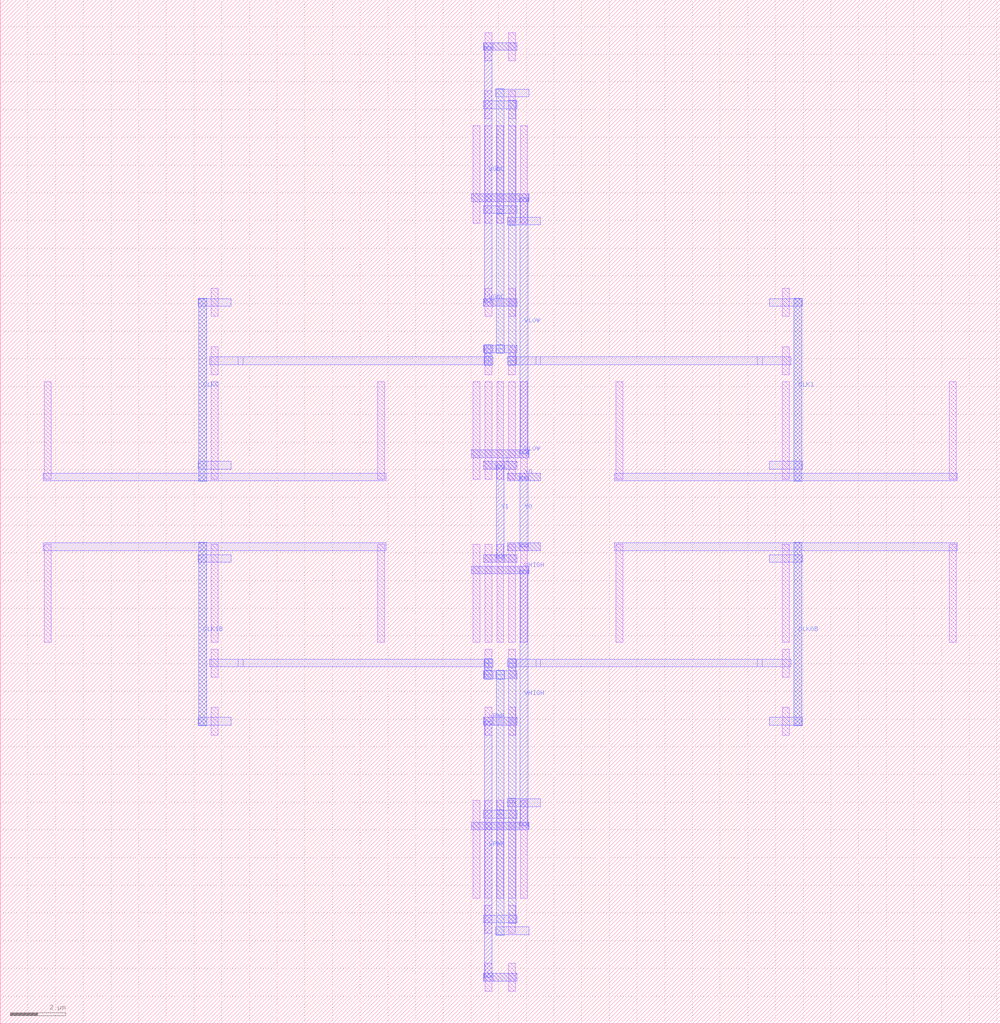
<source format=lef>
MACRO DCDC_HUNIT_CONV2TO1
  ORIGIN 0 0 ;
  FOREIGN DCDC_HUNIT_CONV2TO1 0 0 ;
  SIZE 36.12 BY 36.96 ;
  PIN CLK1B
    DIRECTION INOUT ;
    USE SIGNAL ;
    PORT 
      LAYER M3 ;
        RECT 7.17 10.76 7.45 17.38 ;
    END
  END CLK1B
  PIN CLK0B
    DIRECTION INOUT ;
    USE SIGNAL ;
    PORT 
      LAYER M3 ;
        RECT 28.67 10.76 28.95 17.38 ;
    END
  END CLK0B
  PIN VHIGH
    DIRECTION INOUT ;
    USE SIGNAL ;
    PORT 
      LAYER M2 ;
        RECT 17.03 7 19.09 7.28 ;
      LAYER M2 ;
        RECT 17.03 16.24 19.09 16.52 ;
      LAYER M2 ;
        RECT 18.76 7 19.08 7.28 ;
      LAYER M3 ;
        RECT 18.78 7.14 19.06 16.38 ;
      LAYER M2 ;
        RECT 18.76 16.24 19.08 16.52 ;
    END
  END VHIGH
  PIN Y0
    DIRECTION INOUT ;
    USE SIGNAL ;
    PORT 
      LAYER M2 ;
        RECT 18.32 17.08 19.52 17.36 ;
      LAYER M2 ;
        RECT 18.32 19.6 19.52 19.88 ;
      LAYER M2 ;
        RECT 18.76 17.08 19.08 17.36 ;
      LAYER M3 ;
        RECT 18.78 17.22 19.06 19.74 ;
      LAYER M2 ;
        RECT 18.76 19.6 19.08 19.88 ;
    END
  END Y0
  PIN Y1
    DIRECTION INOUT ;
    USE SIGNAL ;
    PORT 
      LAYER M2 ;
        RECT 17.46 16.66 18.66 16.94 ;
      LAYER M2 ;
        RECT 17.46 20.02 18.66 20.3 ;
      LAYER M2 ;
        RECT 17.9 16.66 18.22 16.94 ;
      LAYER M3 ;
        RECT 17.92 16.8 18.2 20.16 ;
      LAYER M2 ;
        RECT 17.9 20.02 18.22 20.3 ;
    END
  END Y1
  PIN VPWR
    DIRECTION INOUT ;
    USE SIGNAL ;
    PORT 
      LAYER M2 ;
        RECT 17.46 1.54 18.66 1.82 ;
      LAYER M2 ;
        RECT 17.46 10.78 18.66 11.06 ;
      LAYER M2 ;
        RECT 17.47 1.54 17.79 1.82 ;
      LAYER M3 ;
        RECT 17.49 1.68 17.77 10.92 ;
      LAYER M2 ;
        RECT 17.47 10.78 17.79 11.06 ;
    END
  END VPWR
  PIN CLK0
    DIRECTION INOUT ;
    USE SIGNAL ;
    PORT 
      LAYER M3 ;
        RECT 7.17 19.58 7.45 26.2 ;
    END
  END CLK0
  PIN CLK1
    DIRECTION INOUT ;
    USE SIGNAL ;
    PORT 
      LAYER M3 ;
        RECT 28.67 19.58 28.95 26.2 ;
    END
  END CLK1
  PIN VLOW
    DIRECTION INOUT ;
    USE SIGNAL ;
    PORT 
      LAYER M2 ;
        RECT 17.03 29.68 19.09 29.96 ;
      LAYER M2 ;
        RECT 17.03 20.44 19.09 20.72 ;
      LAYER M2 ;
        RECT 18.76 29.68 19.08 29.96 ;
      LAYER M3 ;
        RECT 18.78 20.58 19.06 29.82 ;
      LAYER M2 ;
        RECT 18.76 20.44 19.08 20.72 ;
    END
  END VLOW
  PIN VGND
    DIRECTION INOUT ;
    USE SIGNAL ;
    PORT 
      LAYER M2 ;
        RECT 17.46 35.14 18.66 35.42 ;
      LAYER M2 ;
        RECT 17.46 25.9 18.66 26.18 ;
      LAYER M2 ;
        RECT 17.47 35.14 17.79 35.42 ;
      LAYER M3 ;
        RECT 17.49 26.04 17.77 35.28 ;
      LAYER M2 ;
        RECT 17.47 25.9 17.79 26.18 ;
    END
  END VGND
  OBS 
  LAYER M3 ;
        RECT 18.35 3.62 18.63 8.14 ;
  LAYER M2 ;
        RECT 18.32 12.88 19.52 13.16 ;
  LAYER M2 ;
        RECT 27.35 12.88 28.55 13.16 ;
  LAYER M3 ;
        RECT 18.35 7.98 18.63 13.02 ;
  LAYER M2 ;
        RECT 18.33 12.88 18.65 13.16 ;
  LAYER M2 ;
        RECT 19.35 12.88 27.52 13.16 ;
  LAYER M2 ;
        RECT 18.33 12.88 18.65 13.16 ;
  LAYER M3 ;
        RECT 18.35 12.86 18.63 13.18 ;
  LAYER M2 ;
        RECT 18.33 12.88 18.65 13.16 ;
  LAYER M3 ;
        RECT 18.35 12.86 18.63 13.18 ;
  LAYER M2 ;
        RECT 18.33 12.88 18.65 13.16 ;
  LAYER M3 ;
        RECT 18.35 12.86 18.63 13.18 ;
  LAYER M2 ;
        RECT 18.33 12.88 18.65 13.16 ;
  LAYER M3 ;
        RECT 18.35 12.86 18.63 13.18 ;
  LAYER M3 ;
        RECT 17.92 3.2 18.2 7.72 ;
  LAYER M2 ;
        RECT 17.46 12.46 18.66 12.74 ;
  LAYER M2 ;
        RECT 7.57 12.88 8.77 13.16 ;
  LAYER M3 ;
        RECT 17.92 7.56 18.2 12.6 ;
  LAYER M2 ;
        RECT 17.9 12.46 18.22 12.74 ;
  LAYER M2 ;
        RECT 17.47 12.46 17.79 12.74 ;
  LAYER M3 ;
        RECT 17.49 12.6 17.77 13.02 ;
  LAYER M2 ;
        RECT 8.6 12.88 17.63 13.16 ;
  LAYER M2 ;
        RECT 17.9 12.46 18.22 12.74 ;
  LAYER M3 ;
        RECT 17.92 12.44 18.2 12.76 ;
  LAYER M2 ;
        RECT 17.9 12.46 18.22 12.74 ;
  LAYER M3 ;
        RECT 17.92 12.44 18.2 12.76 ;
  LAYER M2 ;
        RECT 17.9 12.46 18.22 12.74 ;
  LAYER M3 ;
        RECT 17.92 12.44 18.2 12.76 ;
  LAYER M2 ;
        RECT 17.47 12.46 17.79 12.74 ;
  LAYER M3 ;
        RECT 17.49 12.44 17.77 12.76 ;
  LAYER M2 ;
        RECT 17.47 12.88 17.79 13.16 ;
  LAYER M3 ;
        RECT 17.49 12.86 17.77 13.18 ;
  LAYER M2 ;
        RECT 17.9 12.46 18.22 12.74 ;
  LAYER M3 ;
        RECT 17.92 12.44 18.2 12.76 ;
  LAYER M2 ;
        RECT 17.47 12.46 17.79 12.74 ;
  LAYER M3 ;
        RECT 17.49 12.44 17.77 12.76 ;
  LAYER M2 ;
        RECT 17.47 12.88 17.79 13.16 ;
  LAYER M3 ;
        RECT 17.49 12.86 17.77 13.18 ;
  LAYER M1 ;
        RECT 18.365 4.535 18.615 8.065 ;
  LAYER M1 ;
        RECT 18.365 3.275 18.615 4.285 ;
  LAYER M1 ;
        RECT 18.365 1.175 18.615 2.185 ;
  LAYER M1 ;
        RECT 18.795 4.535 19.045 8.065 ;
  LAYER M1 ;
        RECT 17.935 4.535 18.185 8.065 ;
  LAYER M1 ;
        RECT 17.505 4.535 17.755 8.065 ;
  LAYER M1 ;
        RECT 17.505 3.275 17.755 4.285 ;
  LAYER M1 ;
        RECT 17.505 1.175 17.755 2.185 ;
  LAYER M1 ;
        RECT 17.075 4.535 17.325 8.065 ;
  LAYER M2 ;
        RECT 17.46 3.64 18.66 3.92 ;
  LAYER M2 ;
        RECT 18.32 7.84 19.52 8.12 ;
  LAYER M2 ;
        RECT 17.89 3.22 19.09 3.5 ;
  LAYER M2 ;
        RECT 17.46 7.42 18.66 7.7 ;
  LAYER M2 ;
        RECT 17.46 1.54 18.66 1.82 ;
  LAYER M3 ;
        RECT 18.35 3.62 18.63 8.14 ;
  LAYER M3 ;
        RECT 17.92 3.2 18.2 7.72 ;
  LAYER M2 ;
        RECT 17.03 7 19.09 7.28 ;
  LAYER M1 ;
        RECT 18.365 13.775 18.615 17.305 ;
  LAYER M1 ;
        RECT 18.365 12.515 18.615 13.525 ;
  LAYER M1 ;
        RECT 18.365 10.415 18.615 11.425 ;
  LAYER M1 ;
        RECT 18.795 13.775 19.045 17.305 ;
  LAYER M1 ;
        RECT 17.935 13.775 18.185 17.305 ;
  LAYER M1 ;
        RECT 17.505 13.775 17.755 17.305 ;
  LAYER M1 ;
        RECT 17.505 12.515 17.755 13.525 ;
  LAYER M1 ;
        RECT 17.505 10.415 17.755 11.425 ;
  LAYER M1 ;
        RECT 17.075 13.775 17.325 17.305 ;
  LAYER M2 ;
        RECT 17.46 10.78 18.66 11.06 ;
  LAYER M2 ;
        RECT 18.32 17.08 19.52 17.36 ;
  LAYER M2 ;
        RECT 17.46 16.66 18.66 16.94 ;
  LAYER M2 ;
        RECT 18.32 12.88 19.52 13.16 ;
  LAYER M2 ;
        RECT 17.46 12.46 18.66 12.74 ;
  LAYER M2 ;
        RECT 17.03 16.24 19.09 16.52 ;
  LAYER M1 ;
        RECT 28.255 13.775 28.505 17.305 ;
  LAYER M1 ;
        RECT 28.255 12.515 28.505 13.525 ;
  LAYER M1 ;
        RECT 28.255 10.415 28.505 11.425 ;
  LAYER M1 ;
        RECT 22.235 13.775 22.485 17.305 ;
  LAYER M1 ;
        RECT 34.275 13.775 34.525 17.305 ;
  LAYER M2 ;
        RECT 22.19 17.08 34.57 17.36 ;
  LAYER M2 ;
        RECT 27.78 10.78 28.98 11.06 ;
  LAYER M2 ;
        RECT 27.78 16.66 28.98 16.94 ;
  LAYER M2 ;
        RECT 27.35 12.88 28.55 13.16 ;
  LAYER M3 ;
        RECT 28.67 10.76 28.95 17.38 ;
  LAYER M1 ;
        RECT 7.615 13.775 7.865 17.305 ;
  LAYER M1 ;
        RECT 7.615 12.515 7.865 13.525 ;
  LAYER M1 ;
        RECT 7.615 10.415 7.865 11.425 ;
  LAYER M1 ;
        RECT 13.635 13.775 13.885 17.305 ;
  LAYER M1 ;
        RECT 1.595 13.775 1.845 17.305 ;
  LAYER M2 ;
        RECT 1.55 17.08 13.93 17.36 ;
  LAYER M2 ;
        RECT 7.14 10.78 8.34 11.06 ;
  LAYER M2 ;
        RECT 7.14 16.66 8.34 16.94 ;
  LAYER M2 ;
        RECT 7.57 12.88 8.77 13.16 ;
  LAYER M3 ;
        RECT 7.17 10.76 7.45 17.38 ;
  LAYER M3 ;
        RECT 18.35 28.82 18.63 33.34 ;
  LAYER M2 ;
        RECT 18.32 23.8 19.52 24.08 ;
  LAYER M2 ;
        RECT 27.35 23.8 28.55 24.08 ;
  LAYER M3 ;
        RECT 18.35 23.94 18.63 28.98 ;
  LAYER M2 ;
        RECT 18.33 23.8 18.65 24.08 ;
  LAYER M2 ;
        RECT 19.35 23.8 27.52 24.08 ;
  LAYER M2 ;
        RECT 18.33 23.8 18.65 24.08 ;
  LAYER M3 ;
        RECT 18.35 23.78 18.63 24.1 ;
  LAYER M2 ;
        RECT 18.33 23.8 18.65 24.08 ;
  LAYER M3 ;
        RECT 18.35 23.78 18.63 24.1 ;
  LAYER M2 ;
        RECT 18.33 23.8 18.65 24.08 ;
  LAYER M3 ;
        RECT 18.35 23.78 18.63 24.1 ;
  LAYER M2 ;
        RECT 18.33 23.8 18.65 24.08 ;
  LAYER M3 ;
        RECT 18.35 23.78 18.63 24.1 ;
  LAYER M3 ;
        RECT 17.92 29.24 18.2 33.76 ;
  LAYER M2 ;
        RECT 17.46 24.22 18.66 24.5 ;
  LAYER M2 ;
        RECT 7.57 23.8 8.77 24.08 ;
  LAYER M3 ;
        RECT 17.92 24.36 18.2 29.4 ;
  LAYER M2 ;
        RECT 17.9 24.22 18.22 24.5 ;
  LAYER M2 ;
        RECT 17.47 24.22 17.79 24.5 ;
  LAYER M3 ;
        RECT 17.49 23.94 17.77 24.36 ;
  LAYER M2 ;
        RECT 8.6 23.8 17.63 24.08 ;
  LAYER M2 ;
        RECT 17.9 24.22 18.22 24.5 ;
  LAYER M3 ;
        RECT 17.92 24.2 18.2 24.52 ;
  LAYER M2 ;
        RECT 17.9 24.22 18.22 24.5 ;
  LAYER M3 ;
        RECT 17.92 24.2 18.2 24.52 ;
  LAYER M2 ;
        RECT 17.9 24.22 18.22 24.5 ;
  LAYER M3 ;
        RECT 17.92 24.2 18.2 24.52 ;
  LAYER M2 ;
        RECT 17.47 23.8 17.79 24.08 ;
  LAYER M3 ;
        RECT 17.49 23.78 17.77 24.1 ;
  LAYER M2 ;
        RECT 17.47 24.22 17.79 24.5 ;
  LAYER M3 ;
        RECT 17.49 24.2 17.77 24.52 ;
  LAYER M2 ;
        RECT 17.9 24.22 18.22 24.5 ;
  LAYER M3 ;
        RECT 17.92 24.2 18.2 24.52 ;
  LAYER M2 ;
        RECT 17.47 23.8 17.79 24.08 ;
  LAYER M3 ;
        RECT 17.49 23.78 17.77 24.1 ;
  LAYER M2 ;
        RECT 17.47 24.22 17.79 24.5 ;
  LAYER M3 ;
        RECT 17.49 24.2 17.77 24.52 ;
  LAYER M1 ;
        RECT 18.365 28.895 18.615 32.425 ;
  LAYER M1 ;
        RECT 18.365 32.675 18.615 33.685 ;
  LAYER M1 ;
        RECT 18.365 34.775 18.615 35.785 ;
  LAYER M1 ;
        RECT 18.795 28.895 19.045 32.425 ;
  LAYER M1 ;
        RECT 17.935 28.895 18.185 32.425 ;
  LAYER M1 ;
        RECT 17.505 28.895 17.755 32.425 ;
  LAYER M1 ;
        RECT 17.505 32.675 17.755 33.685 ;
  LAYER M1 ;
        RECT 17.505 34.775 17.755 35.785 ;
  LAYER M1 ;
        RECT 17.075 28.895 17.325 32.425 ;
  LAYER M2 ;
        RECT 17.46 33.04 18.66 33.32 ;
  LAYER M2 ;
        RECT 18.32 28.84 19.52 29.12 ;
  LAYER M2 ;
        RECT 17.89 33.46 19.09 33.74 ;
  LAYER M2 ;
        RECT 17.46 29.26 18.66 29.54 ;
  LAYER M2 ;
        RECT 17.46 35.14 18.66 35.42 ;
  LAYER M3 ;
        RECT 18.35 28.82 18.63 33.34 ;
  LAYER M3 ;
        RECT 17.92 29.24 18.2 33.76 ;
  LAYER M2 ;
        RECT 17.03 29.68 19.09 29.96 ;
  LAYER M1 ;
        RECT 18.365 19.655 18.615 23.185 ;
  LAYER M1 ;
        RECT 18.365 23.435 18.615 24.445 ;
  LAYER M1 ;
        RECT 18.365 25.535 18.615 26.545 ;
  LAYER M1 ;
        RECT 18.795 19.655 19.045 23.185 ;
  LAYER M1 ;
        RECT 17.935 19.655 18.185 23.185 ;
  LAYER M1 ;
        RECT 17.505 19.655 17.755 23.185 ;
  LAYER M1 ;
        RECT 17.505 23.435 17.755 24.445 ;
  LAYER M1 ;
        RECT 17.505 25.535 17.755 26.545 ;
  LAYER M1 ;
        RECT 17.075 19.655 17.325 23.185 ;
  LAYER M2 ;
        RECT 17.46 25.9 18.66 26.18 ;
  LAYER M2 ;
        RECT 18.32 19.6 19.52 19.88 ;
  LAYER M2 ;
        RECT 17.46 20.02 18.66 20.3 ;
  LAYER M2 ;
        RECT 18.32 23.8 19.52 24.08 ;
  LAYER M2 ;
        RECT 17.46 24.22 18.66 24.5 ;
  LAYER M2 ;
        RECT 17.03 20.44 19.09 20.72 ;
  LAYER M1 ;
        RECT 28.255 19.655 28.505 23.185 ;
  LAYER M1 ;
        RECT 28.255 23.435 28.505 24.445 ;
  LAYER M1 ;
        RECT 28.255 25.535 28.505 26.545 ;
  LAYER M1 ;
        RECT 22.235 19.655 22.485 23.185 ;
  LAYER M1 ;
        RECT 34.275 19.655 34.525 23.185 ;
  LAYER M2 ;
        RECT 22.19 19.6 34.57 19.88 ;
  LAYER M2 ;
        RECT 27.78 25.9 28.98 26.18 ;
  LAYER M2 ;
        RECT 27.78 20.02 28.98 20.3 ;
  LAYER M2 ;
        RECT 27.35 23.8 28.55 24.08 ;
  LAYER M3 ;
        RECT 28.67 19.58 28.95 26.2 ;
  LAYER M1 ;
        RECT 7.615 19.655 7.865 23.185 ;
  LAYER M1 ;
        RECT 7.615 23.435 7.865 24.445 ;
  LAYER M1 ;
        RECT 7.615 25.535 7.865 26.545 ;
  LAYER M1 ;
        RECT 13.635 19.655 13.885 23.185 ;
  LAYER M1 ;
        RECT 1.595 19.655 1.845 23.185 ;
  LAYER M2 ;
        RECT 1.55 19.6 13.93 19.88 ;
  LAYER M2 ;
        RECT 7.14 25.9 8.34 26.18 ;
  LAYER M2 ;
        RECT 7.14 20.02 8.34 20.3 ;
  LAYER M2 ;
        RECT 7.57 23.8 8.77 24.08 ;
  LAYER M3 ;
        RECT 7.17 19.58 7.45 26.2 ;
  END 
END DCDC_HUNIT_CONV2TO1

</source>
